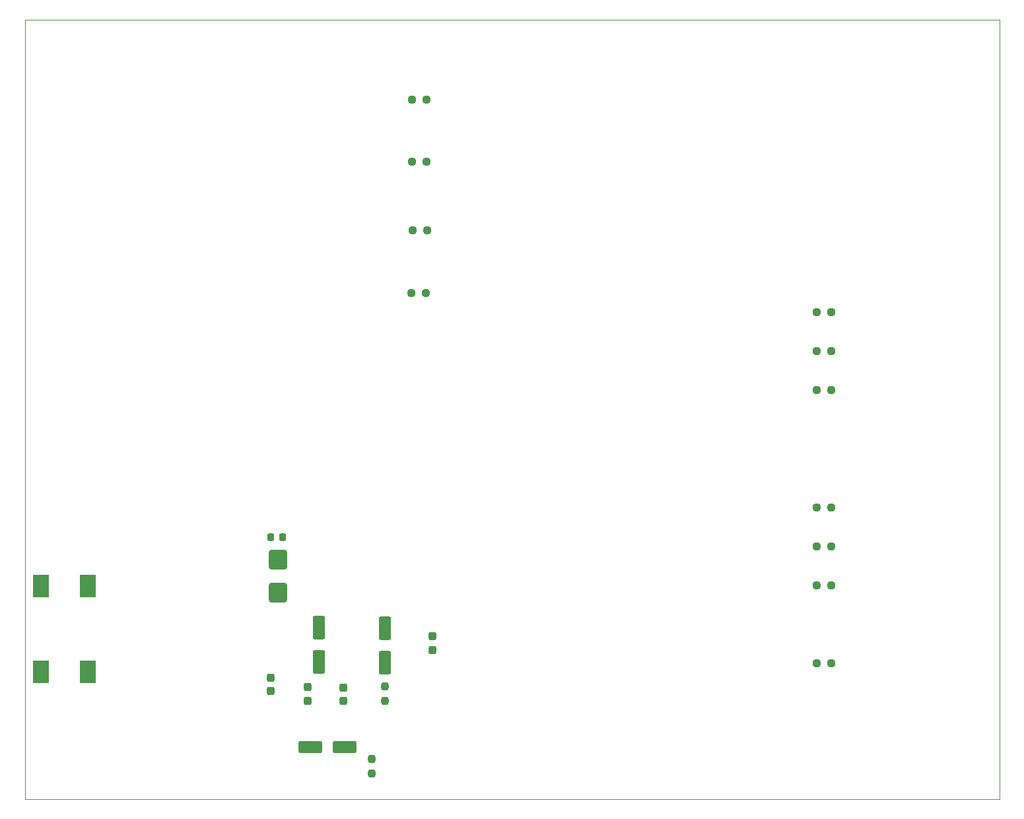
<source format=gbr>
%TF.GenerationSoftware,KiCad,Pcbnew,7.0.5*%
%TF.CreationDate,2024-05-19T08:19:49-04:00*%
%TF.ProjectId,homeWork2,686f6d65-576f-4726-9b32-2e6b69636164,V2*%
%TF.SameCoordinates,Original*%
%TF.FileFunction,Paste,Top*%
%TF.FilePolarity,Positive*%
%FSLAX46Y46*%
G04 Gerber Fmt 4.6, Leading zero omitted, Abs format (unit mm)*
G04 Created by KiCad (PCBNEW 7.0.5) date 2024-05-19 08:19:49*
%MOMM*%
%LPD*%
G01*
G04 APERTURE LIST*
G04 Aperture macros list*
%AMRoundRect*
0 Rectangle with rounded corners*
0 $1 Rounding radius*
0 $2 $3 $4 $5 $6 $7 $8 $9 X,Y pos of 4 corners*
0 Add a 4 corners polygon primitive as box body*
4,1,4,$2,$3,$4,$5,$6,$7,$8,$9,$2,$3,0*
0 Add four circle primitives for the rounded corners*
1,1,$1+$1,$2,$3*
1,1,$1+$1,$4,$5*
1,1,$1+$1,$6,$7*
1,1,$1+$1,$8,$9*
0 Add four rect primitives between the rounded corners*
20,1,$1+$1,$2,$3,$4,$5,0*
20,1,$1+$1,$4,$5,$6,$7,0*
20,1,$1+$1,$6,$7,$8,$9,0*
20,1,$1+$1,$8,$9,$2,$3,0*%
G04 Aperture macros list end*
%ADD10RoundRect,0.237500X0.250000X0.237500X-0.250000X0.237500X-0.250000X-0.237500X0.250000X-0.237500X0*%
%ADD11RoundRect,0.250000X0.900000X-1.000000X0.900000X1.000000X-0.900000X1.000000X-0.900000X-1.000000X0*%
%ADD12RoundRect,0.237500X0.237500X-0.250000X0.237500X0.250000X-0.237500X0.250000X-0.237500X-0.250000X0*%
%ADD13RoundRect,0.237500X0.237500X-0.300000X0.237500X0.300000X-0.237500X0.300000X-0.237500X-0.300000X0*%
%ADD14RoundRect,0.250000X0.550000X-1.250000X0.550000X1.250000X-0.550000X1.250000X-0.550000X-1.250000X0*%
%ADD15RoundRect,0.218750X0.218750X0.256250X-0.218750X0.256250X-0.218750X-0.256250X0.218750X-0.256250X0*%
%ADD16RoundRect,0.237500X-0.250000X-0.237500X0.250000X-0.237500X0.250000X0.237500X-0.250000X0.237500X0*%
%ADD17RoundRect,0.250000X1.250000X0.550000X-1.250000X0.550000X-1.250000X-0.550000X1.250000X-0.550000X0*%
%ADD18R,2.000000X3.000000*%
%ADD19R,2.000000X2.999999*%
%TA.AperFunction,Profile*%
%ADD20C,0.100000*%
%TD*%
G04 APERTURE END LIST*
D10*
%TO.C,R14*%
X153412500Y-97500000D03*
X151587500Y-97500000D03*
%TD*%
D11*
%TO.C,D2*%
X82500000Y-123500000D03*
X82500000Y-119200000D03*
%TD*%
D10*
%TO.C,R12*%
X153412500Y-87500000D03*
X151587500Y-87500000D03*
%TD*%
D12*
%TO.C,R2*%
X94500000Y-146662500D03*
X94500000Y-144837500D03*
%TD*%
D13*
%TO.C,C2*%
X81550000Y-136112500D03*
X81550000Y-134387500D03*
%TD*%
D14*
%TO.C,C4*%
X87750000Y-132350000D03*
X87750000Y-127950000D03*
%TD*%
%TO.C,C3*%
X96200000Y-132450000D03*
X96200000Y-128050000D03*
%TD*%
D15*
%TO.C,F1*%
X83075000Y-116350000D03*
X81500000Y-116350000D03*
%TD*%
D10*
%TO.C,R9*%
X153412500Y-112500000D03*
X151587500Y-112500000D03*
%TD*%
%TO.C,R10*%
X153412500Y-117500000D03*
X151587500Y-117500000D03*
%TD*%
D16*
%TO.C,R4*%
X99679000Y-68208000D03*
X101504000Y-68208000D03*
%TD*%
D13*
%TO.C,C1*%
X102300000Y-130812500D03*
X102300000Y-129087500D03*
%TD*%
D10*
%TO.C,R3*%
X101516500Y-60208000D03*
X99691500Y-60208000D03*
%TD*%
D12*
%TO.C,R1*%
X96200000Y-137350000D03*
X96200000Y-135525000D03*
%TD*%
D17*
%TO.C,C7*%
X91000000Y-143250000D03*
X86600000Y-143250000D03*
%TD*%
D16*
%TO.C,R7*%
X151587500Y-132500000D03*
X153412500Y-132500000D03*
%TD*%
%TO.C,R5*%
X99779000Y-76958000D03*
X101604000Y-76958000D03*
%TD*%
D18*
%TO.C,J1*%
X58100000Y-122650000D03*
X58100000Y-133650000D03*
X52100000Y-133650000D03*
D19*
X52100000Y-122650000D03*
%TD*%
D13*
%TO.C,C6*%
X90850000Y-137362500D03*
X90850000Y-135637500D03*
%TD*%
D16*
%TO.C,R6*%
X99579000Y-85008000D03*
X101404000Y-85008000D03*
%TD*%
D13*
%TO.C,C5*%
X86300000Y-137312500D03*
X86300000Y-135587500D03*
%TD*%
D10*
%TO.C,R11*%
X153412500Y-122500000D03*
X151587500Y-122500000D03*
%TD*%
%TO.C,R13*%
X153412500Y-92500000D03*
X151587500Y-92500000D03*
%TD*%
D20*
X50000000Y-50000000D02*
X175000000Y-50000000D01*
X175000000Y-149950000D01*
X50000000Y-149950000D01*
X50000000Y-50000000D01*
M02*

</source>
